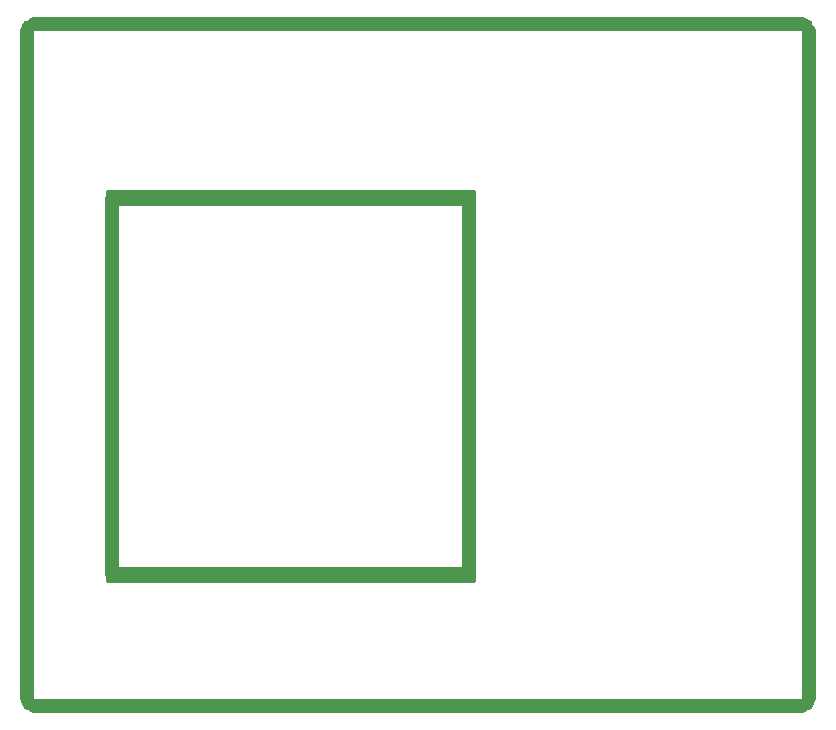
<source format=gm1>
G04*
G04 #@! TF.GenerationSoftware,Altium Limited,Altium Designer,18.1.6 (161)*
G04*
G04 Layer_Color=16711935*
%FSLAX25Y25*%
%MOIN*%
G70*
G01*
G75*
%ADD10C,0.01000*%
%ADD26C,0.04724*%
D10*
X24276Y-39635D02*
Y25491D01*
X146776Y-39135D02*
Y25991D01*
Y58055D01*
X24276D02*
X146776D01*
Y-72199D02*
Y-39135D01*
X24276Y-72199D02*
X146776D01*
X24276Y25491D02*
Y58055D01*
Y-72199D02*
Y-39635D01*
D26*
X258268Y111220D02*
G03*
X255906Y113583I-2362J0D01*
G01*
X258268Y111220D02*
G03*
X255906Y113583I-2362J0D01*
G01*
Y-113583D02*
G03*
X258268Y-111221I0J2362D01*
G01*
X255906Y-113583D02*
G03*
X258268Y-111221I0J2362D01*
G01*
X0Y113583D02*
G03*
X-2362Y111220I0J-2362D01*
G01*
X0Y113583D02*
G03*
X-2362Y111220I0J-2362D01*
G01*
Y-111221D02*
G03*
X0Y-113583I2362J0D01*
G01*
X-2362Y-111221D02*
G03*
X0Y-113583I2362J0D01*
G01*
X258268Y-111221D02*
Y111221D01*
X144894Y-69726D02*
Y55303D01*
X0Y113583D02*
X255906D01*
X26118Y-69726D02*
X144894D01*
X26118Y55303D02*
X144894D01*
X26118Y-69726D02*
Y55303D01*
X0Y-113583D02*
X255906D01*
X-2362Y-111221D02*
Y111221D01*
M02*

</source>
